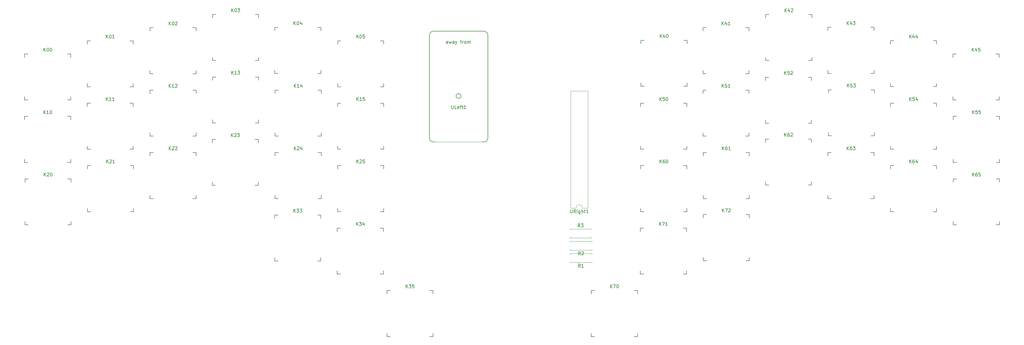
<source format=gto>
G04 #@! TF.GenerationSoftware,KiCad,Pcbnew,5.1.5*
G04 #@! TF.CreationDate,2020-04-04T10:10:50+02:00*
G04 #@! TF.ProjectId,pcb,7063622e-6b69-4636-9164-5f7063625858,rev?*
G04 #@! TF.SameCoordinates,Original*
G04 #@! TF.FileFunction,Legend,Top*
G04 #@! TF.FilePolarity,Positive*
%FSLAX46Y46*%
G04 Gerber Fmt 4.6, Leading zero omitted, Abs format (unit mm)*
G04 Created by KiCad (PCBNEW 5.1.5) date 2020-04-04 10:10:50*
%MOMM*%
%LPD*%
G04 APERTURE LIST*
%ADD10C,0.150000*%
%ADD11C,0.120000*%
G04 APERTURE END LIST*
D10*
X80150000Y-92150000D02*
X80150000Y-93150000D01*
X79150000Y-106150000D02*
X80150000Y-106150000D01*
X80150000Y-92150000D02*
X79150000Y-92150000D01*
X80150000Y-105150000D02*
X80150000Y-106150000D01*
X66150000Y-106150000D02*
X66150000Y-105150000D01*
X67150000Y-92150000D02*
X66150000Y-92150000D01*
X66150000Y-106150000D02*
X67150000Y-106150000D01*
X66150000Y-93150000D02*
X66150000Y-92150000D01*
X99250000Y-77150000D02*
X99250000Y-78150000D01*
X98250000Y-91150000D02*
X99250000Y-91150000D01*
X99250000Y-77150000D02*
X98250000Y-77150000D01*
X99250000Y-90150000D02*
X99250000Y-91150000D01*
X85250000Y-91150000D02*
X85250000Y-90150000D01*
X86250000Y-77150000D02*
X85250000Y-77150000D01*
X85250000Y-91150000D02*
X86250000Y-91150000D01*
X85250000Y-78150000D02*
X85250000Y-77150000D01*
D11*
X156040000Y-90080000D02*
X157690000Y-90080000D01*
X156040000Y-54400000D02*
X156040000Y-90080000D01*
X161340000Y-54400000D02*
X156040000Y-54400000D01*
X161340000Y-90080000D02*
X161340000Y-54400000D01*
X159690000Y-90080000D02*
X161340000Y-90080000D01*
X157690000Y-90080000D02*
G75*
G02X159690000Y-90080000I1000000J0D01*
G01*
X129132000Y-69960000D02*
X114910000Y-69960000D01*
D10*
X114400000Y-69960000D02*
X114910000Y-69960000D01*
X130910000Y-68690000D02*
X130910000Y-37476000D01*
X113130000Y-37476000D02*
X113130000Y-68690000D01*
X114400000Y-36206000D02*
X129640000Y-36206000D01*
X130910000Y-37476000D02*
G75*
G03X129640000Y-36206000I-1270000J0D01*
G01*
X122750000Y-55965000D02*
G75*
G03X122750000Y-55965000I-750000J0D01*
G01*
X114400000Y-36206000D02*
G75*
G03X113130000Y-37476000I0J-1270000D01*
G01*
X129640000Y-69960000D02*
G75*
G03X130910000Y-68690000I0J1270000D01*
G01*
X113130000Y-68690000D02*
G75*
G03X114400000Y-69960000I1270000J0D01*
G01*
X129132000Y-69960000D02*
X129640000Y-69960000D01*
X28250000Y-55150000D02*
X28250000Y-54150000D01*
X28250000Y-68150000D02*
X29250000Y-68150000D01*
X29250000Y-54150000D02*
X28250000Y-54150000D01*
X28250000Y-68150000D02*
X28250000Y-67150000D01*
X42250000Y-67150000D02*
X42250000Y-68150000D01*
X42250000Y-54150000D02*
X41250000Y-54150000D01*
X41250000Y-68150000D02*
X42250000Y-68150000D01*
X42250000Y-54150000D02*
X42250000Y-55150000D01*
X4150000Y-43150000D02*
X4150000Y-44150000D01*
X3150000Y-57150000D02*
X4150000Y-57150000D01*
X4150000Y-43150000D02*
X3150000Y-43150000D01*
X4150000Y-56150000D02*
X4150000Y-57150000D01*
X-9850000Y-57150000D02*
X-9850000Y-56150000D01*
X-8850000Y-43150000D02*
X-9850000Y-43150000D01*
X-9850000Y-57150000D02*
X-8850000Y-57150000D01*
X-9850000Y-44150000D02*
X-9850000Y-43150000D01*
X23150000Y-39150000D02*
X23150000Y-40150000D01*
X22150000Y-53150000D02*
X23150000Y-53150000D01*
X23150000Y-39150000D02*
X22150000Y-39150000D01*
X23150000Y-52150000D02*
X23150000Y-53150000D01*
X9150000Y-53150000D02*
X9150000Y-52150000D01*
X10150000Y-39150000D02*
X9150000Y-39150000D01*
X9150000Y-53150000D02*
X10150000Y-53150000D01*
X9150000Y-40150000D02*
X9150000Y-39150000D01*
X28250000Y-36150000D02*
X28250000Y-35150000D01*
X28250000Y-49150000D02*
X29250000Y-49150000D01*
X29250000Y-35150000D02*
X28250000Y-35150000D01*
X28250000Y-49150000D02*
X28250000Y-48150000D01*
X42250000Y-48150000D02*
X42250000Y-49150000D01*
X42250000Y-35150000D02*
X41250000Y-35150000D01*
X41250000Y-49150000D02*
X42250000Y-49150000D01*
X42250000Y-35150000D02*
X42250000Y-36150000D01*
X61250000Y-31150000D02*
X61250000Y-32150000D01*
X60250000Y-45150000D02*
X61250000Y-45150000D01*
X61250000Y-31150000D02*
X60250000Y-31150000D01*
X61250000Y-44150000D02*
X61250000Y-45150000D01*
X47250000Y-45150000D02*
X47250000Y-44150000D01*
X48250000Y-31150000D02*
X47250000Y-31150000D01*
X47250000Y-45150000D02*
X48250000Y-45150000D01*
X47250000Y-32150000D02*
X47250000Y-31150000D01*
X66160000Y-36090000D02*
X66160000Y-35090000D01*
X66160000Y-49090000D02*
X67160000Y-49090000D01*
X67160000Y-35090000D02*
X66160000Y-35090000D01*
X66160000Y-49090000D02*
X66160000Y-48090000D01*
X80160000Y-48090000D02*
X80160000Y-49090000D01*
X80160000Y-35090000D02*
X79160000Y-35090000D01*
X79160000Y-49090000D02*
X80160000Y-49090000D01*
X80160000Y-35090000D02*
X80160000Y-36090000D01*
X85250000Y-40150000D02*
X85250000Y-39150000D01*
X85250000Y-53150000D02*
X86250000Y-53150000D01*
X86250000Y-39150000D02*
X85250000Y-39150000D01*
X85250000Y-53150000D02*
X85250000Y-52150000D01*
X99250000Y-52150000D02*
X99250000Y-53150000D01*
X99250000Y-39150000D02*
X98250000Y-39150000D01*
X98250000Y-53150000D02*
X99250000Y-53150000D01*
X99250000Y-39150000D02*
X99250000Y-40150000D01*
X4150000Y-62150000D02*
X4150000Y-63150000D01*
X3150000Y-76150000D02*
X4150000Y-76150000D01*
X4150000Y-62150000D02*
X3150000Y-62150000D01*
X4150000Y-75150000D02*
X4150000Y-76150000D01*
X-9850000Y-76150000D02*
X-9850000Y-75150000D01*
X-8850000Y-62150000D02*
X-9850000Y-62150000D01*
X-9850000Y-76150000D02*
X-8850000Y-76150000D01*
X-9850000Y-63150000D02*
X-9850000Y-62150000D01*
X23150000Y-58150000D02*
X23150000Y-59150000D01*
X22150000Y-72150000D02*
X23150000Y-72150000D01*
X23150000Y-58150000D02*
X22150000Y-58150000D01*
X23150000Y-71150000D02*
X23150000Y-72150000D01*
X9150000Y-72150000D02*
X9150000Y-71150000D01*
X10150000Y-58150000D02*
X9150000Y-58150000D01*
X9150000Y-72150000D02*
X10150000Y-72150000D01*
X9150000Y-59150000D02*
X9150000Y-58150000D01*
X61250000Y-50150000D02*
X61250000Y-51150000D01*
X60250000Y-64150000D02*
X61250000Y-64150000D01*
X61250000Y-50150000D02*
X60250000Y-50150000D01*
X61250000Y-63150000D02*
X61250000Y-64150000D01*
X47250000Y-64150000D02*
X47250000Y-63150000D01*
X48250000Y-50150000D02*
X47250000Y-50150000D01*
X47250000Y-64150000D02*
X48250000Y-64150000D01*
X47250000Y-51150000D02*
X47250000Y-50150000D01*
X66250000Y-55150000D02*
X66250000Y-54150000D01*
X66250000Y-68150000D02*
X67250000Y-68150000D01*
X67250000Y-54150000D02*
X66250000Y-54150000D01*
X66250000Y-68150000D02*
X66250000Y-67150000D01*
X80250000Y-67150000D02*
X80250000Y-68150000D01*
X80250000Y-54150000D02*
X79250000Y-54150000D01*
X79250000Y-68150000D02*
X80250000Y-68150000D01*
X80250000Y-54150000D02*
X80250000Y-55150000D01*
X99250000Y-58150000D02*
X99250000Y-59150000D01*
X98250000Y-72150000D02*
X99250000Y-72150000D01*
X99250000Y-58150000D02*
X98250000Y-58150000D01*
X99250000Y-71150000D02*
X99250000Y-72150000D01*
X85250000Y-72150000D02*
X85250000Y-71150000D01*
X86250000Y-58150000D02*
X85250000Y-58150000D01*
X85250000Y-72150000D02*
X86250000Y-72150000D01*
X85250000Y-59150000D02*
X85250000Y-58150000D01*
X-9750000Y-82150000D02*
X-9750000Y-81150000D01*
X-9750000Y-95150000D02*
X-8750000Y-95150000D01*
X-8750000Y-81150000D02*
X-9750000Y-81150000D01*
X-9750000Y-95150000D02*
X-9750000Y-94150000D01*
X4250000Y-94150000D02*
X4250000Y-95150000D01*
X4250000Y-81150000D02*
X3250000Y-81150000D01*
X3250000Y-95150000D02*
X4250000Y-95150000D01*
X4250000Y-81150000D02*
X4250000Y-82150000D01*
X23250000Y-77150000D02*
X23250000Y-78150000D01*
X22250000Y-91150000D02*
X23250000Y-91150000D01*
X23250000Y-77150000D02*
X22250000Y-77150000D01*
X23250000Y-90150000D02*
X23250000Y-91150000D01*
X9250000Y-91150000D02*
X9250000Y-90150000D01*
X10250000Y-77150000D02*
X9250000Y-77150000D01*
X9250000Y-91150000D02*
X10250000Y-91150000D01*
X9250000Y-78150000D02*
X9250000Y-77150000D01*
X28250000Y-74150000D02*
X28250000Y-73150000D01*
X28250000Y-87150000D02*
X29250000Y-87150000D01*
X29250000Y-73150000D02*
X28250000Y-73150000D01*
X28250000Y-87150000D02*
X28250000Y-86150000D01*
X42250000Y-86150000D02*
X42250000Y-87150000D01*
X42250000Y-73150000D02*
X41250000Y-73150000D01*
X41250000Y-87150000D02*
X42250000Y-87150000D01*
X42250000Y-73150000D02*
X42250000Y-74150000D01*
X47150000Y-70150000D02*
X47150000Y-69150000D01*
X47150000Y-83150000D02*
X48150000Y-83150000D01*
X48150000Y-69150000D02*
X47150000Y-69150000D01*
X47150000Y-83150000D02*
X47150000Y-82150000D01*
X61150000Y-82150000D02*
X61150000Y-83150000D01*
X61150000Y-69150000D02*
X60150000Y-69150000D01*
X60150000Y-83150000D02*
X61150000Y-83150000D01*
X61150000Y-69150000D02*
X61150000Y-70150000D01*
X66250000Y-74150000D02*
X66250000Y-73150000D01*
X66250000Y-87150000D02*
X67250000Y-87150000D01*
X67250000Y-73150000D02*
X66250000Y-73150000D01*
X66250000Y-87150000D02*
X66250000Y-86150000D01*
X80250000Y-86150000D02*
X80250000Y-87150000D01*
X80250000Y-73150000D02*
X79250000Y-73150000D01*
X79250000Y-87150000D02*
X80250000Y-87150000D01*
X80250000Y-73150000D02*
X80250000Y-74150000D01*
X85150000Y-97150000D02*
X85150000Y-96150000D01*
X85150000Y-110150000D02*
X86150000Y-110150000D01*
X86150000Y-96150000D02*
X85150000Y-96150000D01*
X85150000Y-110150000D02*
X85150000Y-109150000D01*
X99150000Y-109150000D02*
X99150000Y-110150000D01*
X99150000Y-96150000D02*
X98150000Y-96150000D01*
X98150000Y-110150000D02*
X99150000Y-110150000D01*
X99150000Y-96150000D02*
X99150000Y-97150000D01*
X114250000Y-115150000D02*
X114250000Y-116150000D01*
X113250000Y-129150000D02*
X114250000Y-129150000D01*
X114250000Y-115150000D02*
X113250000Y-115150000D01*
X114250000Y-128150000D02*
X114250000Y-129150000D01*
X100250000Y-129150000D02*
X100250000Y-128150000D01*
X101250000Y-115150000D02*
X100250000Y-115150000D01*
X100250000Y-129150000D02*
X101250000Y-129150000D01*
X100250000Y-116150000D02*
X100250000Y-115150000D01*
X191440000Y-39010000D02*
X191440000Y-40010000D01*
X190440000Y-53010000D02*
X191440000Y-53010000D01*
X191440000Y-39010000D02*
X190440000Y-39010000D01*
X191440000Y-52010000D02*
X191440000Y-53010000D01*
X177440000Y-53010000D02*
X177440000Y-52010000D01*
X178440000Y-39010000D02*
X177440000Y-39010000D01*
X177440000Y-53010000D02*
X178440000Y-53010000D01*
X177440000Y-40010000D02*
X177440000Y-39010000D01*
X196250000Y-36150000D02*
X196250000Y-35150000D01*
X196250000Y-49150000D02*
X197250000Y-49150000D01*
X197250000Y-35150000D02*
X196250000Y-35150000D01*
X196250000Y-49150000D02*
X196250000Y-48150000D01*
X210250000Y-48150000D02*
X210250000Y-49150000D01*
X210250000Y-35150000D02*
X209250000Y-35150000D01*
X209250000Y-49150000D02*
X210250000Y-49150000D01*
X210250000Y-35150000D02*
X210250000Y-36150000D01*
X229350000Y-31150000D02*
X229350000Y-32150000D01*
X228350000Y-45150000D02*
X229350000Y-45150000D01*
X229350000Y-31150000D02*
X228350000Y-31150000D01*
X229350000Y-44150000D02*
X229350000Y-45150000D01*
X215350000Y-45150000D02*
X215350000Y-44150000D01*
X216350000Y-31150000D02*
X215350000Y-31150000D01*
X215350000Y-45150000D02*
X216350000Y-45150000D01*
X215350000Y-32150000D02*
X215350000Y-31150000D01*
X234250000Y-36050000D02*
X234250000Y-35050000D01*
X234250000Y-49050000D02*
X235250000Y-49050000D01*
X235250000Y-35050000D02*
X234250000Y-35050000D01*
X234250000Y-49050000D02*
X234250000Y-48050000D01*
X248250000Y-48050000D02*
X248250000Y-49050000D01*
X248250000Y-35050000D02*
X247250000Y-35050000D01*
X247250000Y-49050000D02*
X248250000Y-49050000D01*
X248250000Y-35050000D02*
X248250000Y-36050000D01*
X267240000Y-39110000D02*
X267240000Y-40110000D01*
X266240000Y-53110000D02*
X267240000Y-53110000D01*
X267240000Y-39110000D02*
X266240000Y-39110000D01*
X267240000Y-52110000D02*
X267240000Y-53110000D01*
X253240000Y-53110000D02*
X253240000Y-52110000D01*
X254240000Y-39110000D02*
X253240000Y-39110000D01*
X253240000Y-53110000D02*
X254240000Y-53110000D01*
X253240000Y-40110000D02*
X253240000Y-39110000D01*
X272250000Y-44150000D02*
X272250000Y-43150000D01*
X272250000Y-57150000D02*
X273250000Y-57150000D01*
X273250000Y-43150000D02*
X272250000Y-43150000D01*
X272250000Y-57150000D02*
X272250000Y-56150000D01*
X286250000Y-56150000D02*
X286250000Y-57150000D01*
X286250000Y-43150000D02*
X285250000Y-43150000D01*
X285250000Y-57150000D02*
X286250000Y-57150000D01*
X286250000Y-43150000D02*
X286250000Y-44150000D01*
X191350000Y-58150000D02*
X191350000Y-59150000D01*
X190350000Y-72150000D02*
X191350000Y-72150000D01*
X191350000Y-58150000D02*
X190350000Y-58150000D01*
X191350000Y-71150000D02*
X191350000Y-72150000D01*
X177350000Y-72150000D02*
X177350000Y-71150000D01*
X178350000Y-58150000D02*
X177350000Y-58150000D01*
X177350000Y-72150000D02*
X178350000Y-72150000D01*
X177350000Y-59150000D02*
X177350000Y-58150000D01*
X196250000Y-55150000D02*
X196250000Y-54150000D01*
X196250000Y-68150000D02*
X197250000Y-68150000D01*
X197250000Y-54150000D02*
X196250000Y-54150000D01*
X196250000Y-68150000D02*
X196250000Y-67150000D01*
X210250000Y-67150000D02*
X210250000Y-68150000D01*
X210250000Y-54150000D02*
X209250000Y-54150000D01*
X209250000Y-68150000D02*
X210250000Y-68150000D01*
X210250000Y-54150000D02*
X210250000Y-55150000D01*
X229250000Y-50250000D02*
X229250000Y-51250000D01*
X228250000Y-64250000D02*
X229250000Y-64250000D01*
X229250000Y-50250000D02*
X228250000Y-50250000D01*
X229250000Y-63250000D02*
X229250000Y-64250000D01*
X215250000Y-64250000D02*
X215250000Y-63250000D01*
X216250000Y-50250000D02*
X215250000Y-50250000D01*
X215250000Y-64250000D02*
X216250000Y-64250000D01*
X215250000Y-51250000D02*
X215250000Y-50250000D01*
X234350000Y-55050000D02*
X234350000Y-54050000D01*
X234350000Y-68050000D02*
X235350000Y-68050000D01*
X235350000Y-54050000D02*
X234350000Y-54050000D01*
X234350000Y-68050000D02*
X234350000Y-67050000D01*
X248350000Y-67050000D02*
X248350000Y-68050000D01*
X248350000Y-54050000D02*
X247350000Y-54050000D01*
X247350000Y-68050000D02*
X248350000Y-68050000D01*
X248350000Y-54050000D02*
X248350000Y-55050000D01*
X267250000Y-58150000D02*
X267250000Y-59150000D01*
X266250000Y-72150000D02*
X267250000Y-72150000D01*
X267250000Y-58150000D02*
X266250000Y-58150000D01*
X267250000Y-71150000D02*
X267250000Y-72150000D01*
X253250000Y-72150000D02*
X253250000Y-71150000D01*
X254250000Y-58150000D02*
X253250000Y-58150000D01*
X253250000Y-72150000D02*
X254250000Y-72150000D01*
X253250000Y-59150000D02*
X253250000Y-58150000D01*
X272350000Y-63150000D02*
X272350000Y-62150000D01*
X272350000Y-76150000D02*
X273350000Y-76150000D01*
X273350000Y-62150000D02*
X272350000Y-62150000D01*
X272350000Y-76150000D02*
X272350000Y-75150000D01*
X286350000Y-75150000D02*
X286350000Y-76150000D01*
X286350000Y-62150000D02*
X285350000Y-62150000D01*
X285350000Y-76150000D02*
X286350000Y-76150000D01*
X286350000Y-62150000D02*
X286350000Y-63150000D01*
X191350000Y-77150000D02*
X191350000Y-78150000D01*
X190350000Y-91150000D02*
X191350000Y-91150000D01*
X191350000Y-77150000D02*
X190350000Y-77150000D01*
X191350000Y-90150000D02*
X191350000Y-91150000D01*
X177350000Y-91150000D02*
X177350000Y-90150000D01*
X178350000Y-77150000D02*
X177350000Y-77150000D01*
X177350000Y-91150000D02*
X178350000Y-91150000D01*
X177350000Y-78150000D02*
X177350000Y-77150000D01*
X196350000Y-74150000D02*
X196350000Y-73150000D01*
X196350000Y-87150000D02*
X197350000Y-87150000D01*
X197350000Y-73150000D02*
X196350000Y-73150000D01*
X196350000Y-87150000D02*
X196350000Y-86150000D01*
X210350000Y-86150000D02*
X210350000Y-87150000D01*
X210350000Y-73150000D02*
X209350000Y-73150000D01*
X209350000Y-87150000D02*
X210350000Y-87150000D01*
X210350000Y-73150000D02*
X210350000Y-74150000D01*
X229250000Y-69050000D02*
X229250000Y-70050000D01*
X228250000Y-83050000D02*
X229250000Y-83050000D01*
X229250000Y-69050000D02*
X228250000Y-69050000D01*
X229250000Y-82050000D02*
X229250000Y-83050000D01*
X215250000Y-83050000D02*
X215250000Y-82050000D01*
X216250000Y-69050000D02*
X215250000Y-69050000D01*
X215250000Y-83050000D02*
X216250000Y-83050000D01*
X215250000Y-70050000D02*
X215250000Y-69050000D01*
X234250000Y-74150000D02*
X234250000Y-73150000D01*
X234250000Y-87150000D02*
X235250000Y-87150000D01*
X235250000Y-73150000D02*
X234250000Y-73150000D01*
X234250000Y-87150000D02*
X234250000Y-86150000D01*
X248250000Y-86150000D02*
X248250000Y-87150000D01*
X248250000Y-73150000D02*
X247250000Y-73150000D01*
X247250000Y-87150000D02*
X248250000Y-87150000D01*
X248250000Y-73150000D02*
X248250000Y-74150000D01*
X267250000Y-77150000D02*
X267250000Y-78150000D01*
X266250000Y-91150000D02*
X267250000Y-91150000D01*
X267250000Y-77150000D02*
X266250000Y-77150000D01*
X267250000Y-90150000D02*
X267250000Y-91150000D01*
X253250000Y-91150000D02*
X253250000Y-90150000D01*
X254250000Y-77150000D02*
X253250000Y-77150000D01*
X253250000Y-91150000D02*
X254250000Y-91150000D01*
X253250000Y-78150000D02*
X253250000Y-77150000D01*
X272350000Y-82150000D02*
X272350000Y-81150000D01*
X272350000Y-95150000D02*
X273350000Y-95150000D01*
X273350000Y-81150000D02*
X272350000Y-81150000D01*
X272350000Y-95150000D02*
X272350000Y-94150000D01*
X286350000Y-94150000D02*
X286350000Y-95150000D01*
X286350000Y-81150000D02*
X285350000Y-81150000D01*
X285350000Y-95150000D02*
X286350000Y-95150000D01*
X286350000Y-81150000D02*
X286350000Y-82150000D01*
X162350000Y-116150000D02*
X162350000Y-115150000D01*
X162350000Y-129150000D02*
X163350000Y-129150000D01*
X163350000Y-115150000D02*
X162350000Y-115150000D01*
X162350000Y-129150000D02*
X162350000Y-128150000D01*
X176350000Y-128150000D02*
X176350000Y-129150000D01*
X176350000Y-115150000D02*
X175350000Y-115150000D01*
X175350000Y-129150000D02*
X176350000Y-129150000D01*
X176350000Y-115150000D02*
X176350000Y-116150000D01*
X191250000Y-96150000D02*
X191250000Y-97150000D01*
X190250000Y-110150000D02*
X191250000Y-110150000D01*
X191250000Y-96150000D02*
X190250000Y-96150000D01*
X191250000Y-109150000D02*
X191250000Y-110150000D01*
X177250000Y-110150000D02*
X177250000Y-109150000D01*
X178250000Y-96150000D02*
X177250000Y-96150000D01*
X177250000Y-110150000D02*
X178250000Y-110150000D01*
X177250000Y-97150000D02*
X177250000Y-96150000D01*
X196350000Y-93050000D02*
X196350000Y-92050000D01*
X196350000Y-106050000D02*
X197350000Y-106050000D01*
X197350000Y-92050000D02*
X196350000Y-92050000D01*
X196350000Y-106050000D02*
X196350000Y-105050000D01*
X210350000Y-105050000D02*
X210350000Y-106050000D01*
X210350000Y-92050000D02*
X209350000Y-92050000D01*
X209350000Y-106050000D02*
X210350000Y-106050000D01*
X210350000Y-92050000D02*
X210350000Y-93050000D01*
D11*
X162460000Y-106290000D02*
X162460000Y-106620000D01*
X162460000Y-106620000D02*
X155920000Y-106620000D01*
X155920000Y-106620000D02*
X155920000Y-106290000D01*
X162460000Y-104210000D02*
X162460000Y-103880000D01*
X162460000Y-103880000D02*
X155920000Y-103880000D01*
X155920000Y-103880000D02*
X155920000Y-104210000D01*
X162460000Y-102540000D02*
X162460000Y-102870000D01*
X162460000Y-102870000D02*
X155920000Y-102870000D01*
X155920000Y-102870000D02*
X155920000Y-102540000D01*
X162460000Y-100460000D02*
X162460000Y-100130000D01*
X162460000Y-100130000D02*
X155920000Y-100130000D01*
X155920000Y-100130000D02*
X155920000Y-100460000D01*
X162330000Y-99120000D02*
X162330000Y-98790000D01*
X155790000Y-99120000D02*
X162330000Y-99120000D01*
X155790000Y-98790000D02*
X155790000Y-99120000D01*
X162330000Y-96380000D02*
X162330000Y-96710000D01*
X155790000Y-96380000D02*
X162330000Y-96380000D01*
X155790000Y-96710000D02*
X155790000Y-96380000D01*
D10*
X71935714Y-91347380D02*
X71935714Y-90347380D01*
X72507142Y-91347380D02*
X72078571Y-90775952D01*
X72507142Y-90347380D02*
X71935714Y-90918809D01*
X72840476Y-90347380D02*
X73459523Y-90347380D01*
X73126190Y-90728333D01*
X73269047Y-90728333D01*
X73364285Y-90775952D01*
X73411904Y-90823571D01*
X73459523Y-90918809D01*
X73459523Y-91156904D01*
X73411904Y-91252142D01*
X73364285Y-91299761D01*
X73269047Y-91347380D01*
X72983333Y-91347380D01*
X72888095Y-91299761D01*
X72840476Y-91252142D01*
X73792857Y-90347380D02*
X74411904Y-90347380D01*
X74078571Y-90728333D01*
X74221428Y-90728333D01*
X74316666Y-90775952D01*
X74364285Y-90823571D01*
X74411904Y-90918809D01*
X74411904Y-91156904D01*
X74364285Y-91252142D01*
X74316666Y-91299761D01*
X74221428Y-91347380D01*
X73935714Y-91347380D01*
X73840476Y-91299761D01*
X73792857Y-91252142D01*
X91035714Y-76347380D02*
X91035714Y-75347380D01*
X91607142Y-76347380D02*
X91178571Y-75775952D01*
X91607142Y-75347380D02*
X91035714Y-75918809D01*
X91988095Y-75442619D02*
X92035714Y-75395000D01*
X92130952Y-75347380D01*
X92369047Y-75347380D01*
X92464285Y-75395000D01*
X92511904Y-75442619D01*
X92559523Y-75537857D01*
X92559523Y-75633095D01*
X92511904Y-75775952D01*
X91940476Y-76347380D01*
X92559523Y-76347380D01*
X93464285Y-75347380D02*
X92988095Y-75347380D01*
X92940476Y-75823571D01*
X92988095Y-75775952D01*
X93083333Y-75728333D01*
X93321428Y-75728333D01*
X93416666Y-75775952D01*
X93464285Y-75823571D01*
X93511904Y-75918809D01*
X93511904Y-76156904D01*
X93464285Y-76252142D01*
X93416666Y-76299761D01*
X93321428Y-76347380D01*
X93083333Y-76347380D01*
X92988095Y-76299761D01*
X92940476Y-76252142D01*
X155999523Y-90532380D02*
X155999523Y-91341904D01*
X156047142Y-91437142D01*
X156094761Y-91484761D01*
X156190000Y-91532380D01*
X156380476Y-91532380D01*
X156475714Y-91484761D01*
X156523333Y-91437142D01*
X156570952Y-91341904D01*
X156570952Y-90532380D01*
X157618571Y-91532380D02*
X157285238Y-91056190D01*
X157047142Y-91532380D02*
X157047142Y-90532380D01*
X157428095Y-90532380D01*
X157523333Y-90580000D01*
X157570952Y-90627619D01*
X157618571Y-90722857D01*
X157618571Y-90865714D01*
X157570952Y-90960952D01*
X157523333Y-91008571D01*
X157428095Y-91056190D01*
X157047142Y-91056190D01*
X158047142Y-91532380D02*
X158047142Y-90865714D01*
X158047142Y-90532380D02*
X157999523Y-90580000D01*
X158047142Y-90627619D01*
X158094761Y-90580000D01*
X158047142Y-90532380D01*
X158047142Y-90627619D01*
X158951904Y-90865714D02*
X158951904Y-91675238D01*
X158904285Y-91770476D01*
X158856666Y-91818095D01*
X158761428Y-91865714D01*
X158618571Y-91865714D01*
X158523333Y-91818095D01*
X158951904Y-91484761D02*
X158856666Y-91532380D01*
X158666190Y-91532380D01*
X158570952Y-91484761D01*
X158523333Y-91437142D01*
X158475714Y-91341904D01*
X158475714Y-91056190D01*
X158523333Y-90960952D01*
X158570952Y-90913333D01*
X158666190Y-90865714D01*
X158856666Y-90865714D01*
X158951904Y-90913333D01*
X159428095Y-91532380D02*
X159428095Y-90532380D01*
X159856666Y-91532380D02*
X159856666Y-91008571D01*
X159809047Y-90913333D01*
X159713809Y-90865714D01*
X159570952Y-90865714D01*
X159475714Y-90913333D01*
X159428095Y-90960952D01*
X160190000Y-90865714D02*
X160570952Y-90865714D01*
X160332857Y-90532380D02*
X160332857Y-91389523D01*
X160380476Y-91484761D01*
X160475714Y-91532380D01*
X160570952Y-91532380D01*
X161428095Y-91532380D02*
X160856666Y-91532380D01*
X161142380Y-91532380D02*
X161142380Y-90532380D01*
X161047142Y-90675238D01*
X160951904Y-90770476D01*
X160856666Y-90818095D01*
X119843333Y-58842380D02*
X119843333Y-59651904D01*
X119890952Y-59747142D01*
X119938571Y-59794761D01*
X120033809Y-59842380D01*
X120224285Y-59842380D01*
X120319523Y-59794761D01*
X120367142Y-59747142D01*
X120414761Y-59651904D01*
X120414761Y-58842380D01*
X121367142Y-59842380D02*
X120890952Y-59842380D01*
X120890952Y-58842380D01*
X122081428Y-59794761D02*
X121986190Y-59842380D01*
X121795714Y-59842380D01*
X121700476Y-59794761D01*
X121652857Y-59699523D01*
X121652857Y-59318571D01*
X121700476Y-59223333D01*
X121795714Y-59175714D01*
X121986190Y-59175714D01*
X122081428Y-59223333D01*
X122129047Y-59318571D01*
X122129047Y-59413809D01*
X121652857Y-59509047D01*
X122414761Y-59175714D02*
X122795714Y-59175714D01*
X122557619Y-59842380D02*
X122557619Y-58985238D01*
X122605238Y-58890000D01*
X122700476Y-58842380D01*
X122795714Y-58842380D01*
X122986190Y-59175714D02*
X123367142Y-59175714D01*
X123129047Y-58842380D02*
X123129047Y-59699523D01*
X123176666Y-59794761D01*
X123271904Y-59842380D01*
X123367142Y-59842380D01*
X124224285Y-59842380D02*
X123652857Y-59842380D01*
X123938571Y-59842380D02*
X123938571Y-58842380D01*
X123843333Y-58985238D01*
X123748095Y-59080476D01*
X123652857Y-59128095D01*
X118711904Y-39972380D02*
X118711904Y-39448571D01*
X118664285Y-39353333D01*
X118569047Y-39305714D01*
X118378571Y-39305714D01*
X118283333Y-39353333D01*
X118711904Y-39924761D02*
X118616666Y-39972380D01*
X118378571Y-39972380D01*
X118283333Y-39924761D01*
X118235714Y-39829523D01*
X118235714Y-39734285D01*
X118283333Y-39639047D01*
X118378571Y-39591428D01*
X118616666Y-39591428D01*
X118711904Y-39543809D01*
X119092857Y-39305714D02*
X119283333Y-39972380D01*
X119473809Y-39496190D01*
X119664285Y-39972380D01*
X119854761Y-39305714D01*
X120664285Y-39972380D02*
X120664285Y-39448571D01*
X120616666Y-39353333D01*
X120521428Y-39305714D01*
X120330952Y-39305714D01*
X120235714Y-39353333D01*
X120664285Y-39924761D02*
X120569047Y-39972380D01*
X120330952Y-39972380D01*
X120235714Y-39924761D01*
X120188095Y-39829523D01*
X120188095Y-39734285D01*
X120235714Y-39639047D01*
X120330952Y-39591428D01*
X120569047Y-39591428D01*
X120664285Y-39543809D01*
X121045238Y-39305714D02*
X121283333Y-39972380D01*
X121521428Y-39305714D02*
X121283333Y-39972380D01*
X121188095Y-40210476D01*
X121140476Y-40258095D01*
X121045238Y-40305714D01*
X122521428Y-39305714D02*
X122902380Y-39305714D01*
X122664285Y-39972380D02*
X122664285Y-39115238D01*
X122711904Y-39020000D01*
X122807142Y-38972380D01*
X122902380Y-38972380D01*
X123235714Y-39972380D02*
X123235714Y-39305714D01*
X123235714Y-39496190D02*
X123283333Y-39400952D01*
X123330952Y-39353333D01*
X123426190Y-39305714D01*
X123521428Y-39305714D01*
X123997619Y-39972380D02*
X123902380Y-39924761D01*
X123854761Y-39877142D01*
X123807142Y-39781904D01*
X123807142Y-39496190D01*
X123854761Y-39400952D01*
X123902380Y-39353333D01*
X123997619Y-39305714D01*
X124140476Y-39305714D01*
X124235714Y-39353333D01*
X124283333Y-39400952D01*
X124330952Y-39496190D01*
X124330952Y-39781904D01*
X124283333Y-39877142D01*
X124235714Y-39924761D01*
X124140476Y-39972380D01*
X123997619Y-39972380D01*
X124759523Y-39972380D02*
X124759523Y-39305714D01*
X124759523Y-39400952D02*
X124807142Y-39353333D01*
X124902380Y-39305714D01*
X125045238Y-39305714D01*
X125140476Y-39353333D01*
X125188095Y-39448571D01*
X125188095Y-39972380D01*
X125188095Y-39448571D02*
X125235714Y-39353333D01*
X125330952Y-39305714D01*
X125473809Y-39305714D01*
X125569047Y-39353333D01*
X125616666Y-39448571D01*
X125616666Y-39972380D01*
X34035714Y-53347380D02*
X34035714Y-52347380D01*
X34607142Y-53347380D02*
X34178571Y-52775952D01*
X34607142Y-52347380D02*
X34035714Y-52918809D01*
X35559523Y-53347380D02*
X34988095Y-53347380D01*
X35273809Y-53347380D02*
X35273809Y-52347380D01*
X35178571Y-52490238D01*
X35083333Y-52585476D01*
X34988095Y-52633095D01*
X35940476Y-52442619D02*
X35988095Y-52395000D01*
X36083333Y-52347380D01*
X36321428Y-52347380D01*
X36416666Y-52395000D01*
X36464285Y-52442619D01*
X36511904Y-52537857D01*
X36511904Y-52633095D01*
X36464285Y-52775952D01*
X35892857Y-53347380D01*
X36511904Y-53347380D01*
X-4064285Y-42347380D02*
X-4064285Y-41347380D01*
X-3492857Y-42347380D02*
X-3921428Y-41775952D01*
X-3492857Y-41347380D02*
X-4064285Y-41918809D01*
X-2873809Y-41347380D02*
X-2778571Y-41347380D01*
X-2683333Y-41395000D01*
X-2635714Y-41442619D01*
X-2588095Y-41537857D01*
X-2540476Y-41728333D01*
X-2540476Y-41966428D01*
X-2588095Y-42156904D01*
X-2635714Y-42252142D01*
X-2683333Y-42299761D01*
X-2778571Y-42347380D01*
X-2873809Y-42347380D01*
X-2969047Y-42299761D01*
X-3016666Y-42252142D01*
X-3064285Y-42156904D01*
X-3111904Y-41966428D01*
X-3111904Y-41728333D01*
X-3064285Y-41537857D01*
X-3016666Y-41442619D01*
X-2969047Y-41395000D01*
X-2873809Y-41347380D01*
X-1921428Y-41347380D02*
X-1826190Y-41347380D01*
X-1730952Y-41395000D01*
X-1683333Y-41442619D01*
X-1635714Y-41537857D01*
X-1588095Y-41728333D01*
X-1588095Y-41966428D01*
X-1635714Y-42156904D01*
X-1683333Y-42252142D01*
X-1730952Y-42299761D01*
X-1826190Y-42347380D01*
X-1921428Y-42347380D01*
X-2016666Y-42299761D01*
X-2064285Y-42252142D01*
X-2111904Y-42156904D01*
X-2159523Y-41966428D01*
X-2159523Y-41728333D01*
X-2111904Y-41537857D01*
X-2064285Y-41442619D01*
X-2016666Y-41395000D01*
X-1921428Y-41347380D01*
X14935714Y-38347380D02*
X14935714Y-37347380D01*
X15507142Y-38347380D02*
X15078571Y-37775952D01*
X15507142Y-37347380D02*
X14935714Y-37918809D01*
X16126190Y-37347380D02*
X16221428Y-37347380D01*
X16316666Y-37395000D01*
X16364285Y-37442619D01*
X16411904Y-37537857D01*
X16459523Y-37728333D01*
X16459523Y-37966428D01*
X16411904Y-38156904D01*
X16364285Y-38252142D01*
X16316666Y-38299761D01*
X16221428Y-38347380D01*
X16126190Y-38347380D01*
X16030952Y-38299761D01*
X15983333Y-38252142D01*
X15935714Y-38156904D01*
X15888095Y-37966428D01*
X15888095Y-37728333D01*
X15935714Y-37537857D01*
X15983333Y-37442619D01*
X16030952Y-37395000D01*
X16126190Y-37347380D01*
X17411904Y-38347380D02*
X16840476Y-38347380D01*
X17126190Y-38347380D02*
X17126190Y-37347380D01*
X17030952Y-37490238D01*
X16935714Y-37585476D01*
X16840476Y-37633095D01*
X34035714Y-34347380D02*
X34035714Y-33347380D01*
X34607142Y-34347380D02*
X34178571Y-33775952D01*
X34607142Y-33347380D02*
X34035714Y-33918809D01*
X35226190Y-33347380D02*
X35321428Y-33347380D01*
X35416666Y-33395000D01*
X35464285Y-33442619D01*
X35511904Y-33537857D01*
X35559523Y-33728333D01*
X35559523Y-33966428D01*
X35511904Y-34156904D01*
X35464285Y-34252142D01*
X35416666Y-34299761D01*
X35321428Y-34347380D01*
X35226190Y-34347380D01*
X35130952Y-34299761D01*
X35083333Y-34252142D01*
X35035714Y-34156904D01*
X34988095Y-33966428D01*
X34988095Y-33728333D01*
X35035714Y-33537857D01*
X35083333Y-33442619D01*
X35130952Y-33395000D01*
X35226190Y-33347380D01*
X35940476Y-33442619D02*
X35988095Y-33395000D01*
X36083333Y-33347380D01*
X36321428Y-33347380D01*
X36416666Y-33395000D01*
X36464285Y-33442619D01*
X36511904Y-33537857D01*
X36511904Y-33633095D01*
X36464285Y-33775952D01*
X35892857Y-34347380D01*
X36511904Y-34347380D01*
X53035714Y-30347380D02*
X53035714Y-29347380D01*
X53607142Y-30347380D02*
X53178571Y-29775952D01*
X53607142Y-29347380D02*
X53035714Y-29918809D01*
X54226190Y-29347380D02*
X54321428Y-29347380D01*
X54416666Y-29395000D01*
X54464285Y-29442619D01*
X54511904Y-29537857D01*
X54559523Y-29728333D01*
X54559523Y-29966428D01*
X54511904Y-30156904D01*
X54464285Y-30252142D01*
X54416666Y-30299761D01*
X54321428Y-30347380D01*
X54226190Y-30347380D01*
X54130952Y-30299761D01*
X54083333Y-30252142D01*
X54035714Y-30156904D01*
X53988095Y-29966428D01*
X53988095Y-29728333D01*
X54035714Y-29537857D01*
X54083333Y-29442619D01*
X54130952Y-29395000D01*
X54226190Y-29347380D01*
X54892857Y-29347380D02*
X55511904Y-29347380D01*
X55178571Y-29728333D01*
X55321428Y-29728333D01*
X55416666Y-29775952D01*
X55464285Y-29823571D01*
X55511904Y-29918809D01*
X55511904Y-30156904D01*
X55464285Y-30252142D01*
X55416666Y-30299761D01*
X55321428Y-30347380D01*
X55035714Y-30347380D01*
X54940476Y-30299761D01*
X54892857Y-30252142D01*
X71945714Y-34287380D02*
X71945714Y-33287380D01*
X72517142Y-34287380D02*
X72088571Y-33715952D01*
X72517142Y-33287380D02*
X71945714Y-33858809D01*
X73136190Y-33287380D02*
X73231428Y-33287380D01*
X73326666Y-33335000D01*
X73374285Y-33382619D01*
X73421904Y-33477857D01*
X73469523Y-33668333D01*
X73469523Y-33906428D01*
X73421904Y-34096904D01*
X73374285Y-34192142D01*
X73326666Y-34239761D01*
X73231428Y-34287380D01*
X73136190Y-34287380D01*
X73040952Y-34239761D01*
X72993333Y-34192142D01*
X72945714Y-34096904D01*
X72898095Y-33906428D01*
X72898095Y-33668333D01*
X72945714Y-33477857D01*
X72993333Y-33382619D01*
X73040952Y-33335000D01*
X73136190Y-33287380D01*
X74326666Y-33620714D02*
X74326666Y-34287380D01*
X74088571Y-33239761D02*
X73850476Y-33954047D01*
X74469523Y-33954047D01*
X91035714Y-38347380D02*
X91035714Y-37347380D01*
X91607142Y-38347380D02*
X91178571Y-37775952D01*
X91607142Y-37347380D02*
X91035714Y-37918809D01*
X92226190Y-37347380D02*
X92321428Y-37347380D01*
X92416666Y-37395000D01*
X92464285Y-37442619D01*
X92511904Y-37537857D01*
X92559523Y-37728333D01*
X92559523Y-37966428D01*
X92511904Y-38156904D01*
X92464285Y-38252142D01*
X92416666Y-38299761D01*
X92321428Y-38347380D01*
X92226190Y-38347380D01*
X92130952Y-38299761D01*
X92083333Y-38252142D01*
X92035714Y-38156904D01*
X91988095Y-37966428D01*
X91988095Y-37728333D01*
X92035714Y-37537857D01*
X92083333Y-37442619D01*
X92130952Y-37395000D01*
X92226190Y-37347380D01*
X93464285Y-37347380D02*
X92988095Y-37347380D01*
X92940476Y-37823571D01*
X92988095Y-37775952D01*
X93083333Y-37728333D01*
X93321428Y-37728333D01*
X93416666Y-37775952D01*
X93464285Y-37823571D01*
X93511904Y-37918809D01*
X93511904Y-38156904D01*
X93464285Y-38252142D01*
X93416666Y-38299761D01*
X93321428Y-38347380D01*
X93083333Y-38347380D01*
X92988095Y-38299761D01*
X92940476Y-38252142D01*
X-4064285Y-61347380D02*
X-4064285Y-60347380D01*
X-3492857Y-61347380D02*
X-3921428Y-60775952D01*
X-3492857Y-60347380D02*
X-4064285Y-60918809D01*
X-2540476Y-61347380D02*
X-3111904Y-61347380D01*
X-2826190Y-61347380D02*
X-2826190Y-60347380D01*
X-2921428Y-60490238D01*
X-3016666Y-60585476D01*
X-3111904Y-60633095D01*
X-1921428Y-60347380D02*
X-1826190Y-60347380D01*
X-1730952Y-60395000D01*
X-1683333Y-60442619D01*
X-1635714Y-60537857D01*
X-1588095Y-60728333D01*
X-1588095Y-60966428D01*
X-1635714Y-61156904D01*
X-1683333Y-61252142D01*
X-1730952Y-61299761D01*
X-1826190Y-61347380D01*
X-1921428Y-61347380D01*
X-2016666Y-61299761D01*
X-2064285Y-61252142D01*
X-2111904Y-61156904D01*
X-2159523Y-60966428D01*
X-2159523Y-60728333D01*
X-2111904Y-60537857D01*
X-2064285Y-60442619D01*
X-2016666Y-60395000D01*
X-1921428Y-60347380D01*
X14935714Y-57347380D02*
X14935714Y-56347380D01*
X15507142Y-57347380D02*
X15078571Y-56775952D01*
X15507142Y-56347380D02*
X14935714Y-56918809D01*
X16459523Y-57347380D02*
X15888095Y-57347380D01*
X16173809Y-57347380D02*
X16173809Y-56347380D01*
X16078571Y-56490238D01*
X15983333Y-56585476D01*
X15888095Y-56633095D01*
X17411904Y-57347380D02*
X16840476Y-57347380D01*
X17126190Y-57347380D02*
X17126190Y-56347380D01*
X17030952Y-56490238D01*
X16935714Y-56585476D01*
X16840476Y-56633095D01*
X53035714Y-49347380D02*
X53035714Y-48347380D01*
X53607142Y-49347380D02*
X53178571Y-48775952D01*
X53607142Y-48347380D02*
X53035714Y-48918809D01*
X54559523Y-49347380D02*
X53988095Y-49347380D01*
X54273809Y-49347380D02*
X54273809Y-48347380D01*
X54178571Y-48490238D01*
X54083333Y-48585476D01*
X53988095Y-48633095D01*
X54892857Y-48347380D02*
X55511904Y-48347380D01*
X55178571Y-48728333D01*
X55321428Y-48728333D01*
X55416666Y-48775952D01*
X55464285Y-48823571D01*
X55511904Y-48918809D01*
X55511904Y-49156904D01*
X55464285Y-49252142D01*
X55416666Y-49299761D01*
X55321428Y-49347380D01*
X55035714Y-49347380D01*
X54940476Y-49299761D01*
X54892857Y-49252142D01*
X72035714Y-53347380D02*
X72035714Y-52347380D01*
X72607142Y-53347380D02*
X72178571Y-52775952D01*
X72607142Y-52347380D02*
X72035714Y-52918809D01*
X73559523Y-53347380D02*
X72988095Y-53347380D01*
X73273809Y-53347380D02*
X73273809Y-52347380D01*
X73178571Y-52490238D01*
X73083333Y-52585476D01*
X72988095Y-52633095D01*
X74416666Y-52680714D02*
X74416666Y-53347380D01*
X74178571Y-52299761D02*
X73940476Y-53014047D01*
X74559523Y-53014047D01*
X91035714Y-57347380D02*
X91035714Y-56347380D01*
X91607142Y-57347380D02*
X91178571Y-56775952D01*
X91607142Y-56347380D02*
X91035714Y-56918809D01*
X92559523Y-57347380D02*
X91988095Y-57347380D01*
X92273809Y-57347380D02*
X92273809Y-56347380D01*
X92178571Y-56490238D01*
X92083333Y-56585476D01*
X91988095Y-56633095D01*
X93464285Y-56347380D02*
X92988095Y-56347380D01*
X92940476Y-56823571D01*
X92988095Y-56775952D01*
X93083333Y-56728333D01*
X93321428Y-56728333D01*
X93416666Y-56775952D01*
X93464285Y-56823571D01*
X93511904Y-56918809D01*
X93511904Y-57156904D01*
X93464285Y-57252142D01*
X93416666Y-57299761D01*
X93321428Y-57347380D01*
X93083333Y-57347380D01*
X92988095Y-57299761D01*
X92940476Y-57252142D01*
X-3964285Y-80347380D02*
X-3964285Y-79347380D01*
X-3392857Y-80347380D02*
X-3821428Y-79775952D01*
X-3392857Y-79347380D02*
X-3964285Y-79918809D01*
X-3011904Y-79442619D02*
X-2964285Y-79395000D01*
X-2869047Y-79347380D01*
X-2630952Y-79347380D01*
X-2535714Y-79395000D01*
X-2488095Y-79442619D01*
X-2440476Y-79537857D01*
X-2440476Y-79633095D01*
X-2488095Y-79775952D01*
X-3059523Y-80347380D01*
X-2440476Y-80347380D01*
X-1821428Y-79347380D02*
X-1726190Y-79347380D01*
X-1630952Y-79395000D01*
X-1583333Y-79442619D01*
X-1535714Y-79537857D01*
X-1488095Y-79728333D01*
X-1488095Y-79966428D01*
X-1535714Y-80156904D01*
X-1583333Y-80252142D01*
X-1630952Y-80299761D01*
X-1726190Y-80347380D01*
X-1821428Y-80347380D01*
X-1916666Y-80299761D01*
X-1964285Y-80252142D01*
X-2011904Y-80156904D01*
X-2059523Y-79966428D01*
X-2059523Y-79728333D01*
X-2011904Y-79537857D01*
X-1964285Y-79442619D01*
X-1916666Y-79395000D01*
X-1821428Y-79347380D01*
X15035714Y-76347380D02*
X15035714Y-75347380D01*
X15607142Y-76347380D02*
X15178571Y-75775952D01*
X15607142Y-75347380D02*
X15035714Y-75918809D01*
X15988095Y-75442619D02*
X16035714Y-75395000D01*
X16130952Y-75347380D01*
X16369047Y-75347380D01*
X16464285Y-75395000D01*
X16511904Y-75442619D01*
X16559523Y-75537857D01*
X16559523Y-75633095D01*
X16511904Y-75775952D01*
X15940476Y-76347380D01*
X16559523Y-76347380D01*
X17511904Y-76347380D02*
X16940476Y-76347380D01*
X17226190Y-76347380D02*
X17226190Y-75347380D01*
X17130952Y-75490238D01*
X17035714Y-75585476D01*
X16940476Y-75633095D01*
X34035714Y-72347380D02*
X34035714Y-71347380D01*
X34607142Y-72347380D02*
X34178571Y-71775952D01*
X34607142Y-71347380D02*
X34035714Y-71918809D01*
X34988095Y-71442619D02*
X35035714Y-71395000D01*
X35130952Y-71347380D01*
X35369047Y-71347380D01*
X35464285Y-71395000D01*
X35511904Y-71442619D01*
X35559523Y-71537857D01*
X35559523Y-71633095D01*
X35511904Y-71775952D01*
X34940476Y-72347380D01*
X35559523Y-72347380D01*
X35940476Y-71442619D02*
X35988095Y-71395000D01*
X36083333Y-71347380D01*
X36321428Y-71347380D01*
X36416666Y-71395000D01*
X36464285Y-71442619D01*
X36511904Y-71537857D01*
X36511904Y-71633095D01*
X36464285Y-71775952D01*
X35892857Y-72347380D01*
X36511904Y-72347380D01*
X52935714Y-68347380D02*
X52935714Y-67347380D01*
X53507142Y-68347380D02*
X53078571Y-67775952D01*
X53507142Y-67347380D02*
X52935714Y-67918809D01*
X53888095Y-67442619D02*
X53935714Y-67395000D01*
X54030952Y-67347380D01*
X54269047Y-67347380D01*
X54364285Y-67395000D01*
X54411904Y-67442619D01*
X54459523Y-67537857D01*
X54459523Y-67633095D01*
X54411904Y-67775952D01*
X53840476Y-68347380D01*
X54459523Y-68347380D01*
X54792857Y-67347380D02*
X55411904Y-67347380D01*
X55078571Y-67728333D01*
X55221428Y-67728333D01*
X55316666Y-67775952D01*
X55364285Y-67823571D01*
X55411904Y-67918809D01*
X55411904Y-68156904D01*
X55364285Y-68252142D01*
X55316666Y-68299761D01*
X55221428Y-68347380D01*
X54935714Y-68347380D01*
X54840476Y-68299761D01*
X54792857Y-68252142D01*
X72035714Y-72347380D02*
X72035714Y-71347380D01*
X72607142Y-72347380D02*
X72178571Y-71775952D01*
X72607142Y-71347380D02*
X72035714Y-71918809D01*
X72988095Y-71442619D02*
X73035714Y-71395000D01*
X73130952Y-71347380D01*
X73369047Y-71347380D01*
X73464285Y-71395000D01*
X73511904Y-71442619D01*
X73559523Y-71537857D01*
X73559523Y-71633095D01*
X73511904Y-71775952D01*
X72940476Y-72347380D01*
X73559523Y-72347380D01*
X74416666Y-71680714D02*
X74416666Y-72347380D01*
X74178571Y-71299761D02*
X73940476Y-72014047D01*
X74559523Y-72014047D01*
X90935714Y-95347380D02*
X90935714Y-94347380D01*
X91507142Y-95347380D02*
X91078571Y-94775952D01*
X91507142Y-94347380D02*
X90935714Y-94918809D01*
X91840476Y-94347380D02*
X92459523Y-94347380D01*
X92126190Y-94728333D01*
X92269047Y-94728333D01*
X92364285Y-94775952D01*
X92411904Y-94823571D01*
X92459523Y-94918809D01*
X92459523Y-95156904D01*
X92411904Y-95252142D01*
X92364285Y-95299761D01*
X92269047Y-95347380D01*
X91983333Y-95347380D01*
X91888095Y-95299761D01*
X91840476Y-95252142D01*
X93316666Y-94680714D02*
X93316666Y-95347380D01*
X93078571Y-94299761D02*
X92840476Y-95014047D01*
X93459523Y-95014047D01*
X106035714Y-114347380D02*
X106035714Y-113347380D01*
X106607142Y-114347380D02*
X106178571Y-113775952D01*
X106607142Y-113347380D02*
X106035714Y-113918809D01*
X106940476Y-113347380D02*
X107559523Y-113347380D01*
X107226190Y-113728333D01*
X107369047Y-113728333D01*
X107464285Y-113775952D01*
X107511904Y-113823571D01*
X107559523Y-113918809D01*
X107559523Y-114156904D01*
X107511904Y-114252142D01*
X107464285Y-114299761D01*
X107369047Y-114347380D01*
X107083333Y-114347380D01*
X106988095Y-114299761D01*
X106940476Y-114252142D01*
X108464285Y-113347380D02*
X107988095Y-113347380D01*
X107940476Y-113823571D01*
X107988095Y-113775952D01*
X108083333Y-113728333D01*
X108321428Y-113728333D01*
X108416666Y-113775952D01*
X108464285Y-113823571D01*
X108511904Y-113918809D01*
X108511904Y-114156904D01*
X108464285Y-114252142D01*
X108416666Y-114299761D01*
X108321428Y-114347380D01*
X108083333Y-114347380D01*
X107988095Y-114299761D01*
X107940476Y-114252142D01*
X183225714Y-38207380D02*
X183225714Y-37207380D01*
X183797142Y-38207380D02*
X183368571Y-37635952D01*
X183797142Y-37207380D02*
X183225714Y-37778809D01*
X184654285Y-37540714D02*
X184654285Y-38207380D01*
X184416190Y-37159761D02*
X184178095Y-37874047D01*
X184797142Y-37874047D01*
X185368571Y-37207380D02*
X185463809Y-37207380D01*
X185559047Y-37255000D01*
X185606666Y-37302619D01*
X185654285Y-37397857D01*
X185701904Y-37588333D01*
X185701904Y-37826428D01*
X185654285Y-38016904D01*
X185606666Y-38112142D01*
X185559047Y-38159761D01*
X185463809Y-38207380D01*
X185368571Y-38207380D01*
X185273333Y-38159761D01*
X185225714Y-38112142D01*
X185178095Y-38016904D01*
X185130476Y-37826428D01*
X185130476Y-37588333D01*
X185178095Y-37397857D01*
X185225714Y-37302619D01*
X185273333Y-37255000D01*
X185368571Y-37207380D01*
X202035714Y-34347380D02*
X202035714Y-33347380D01*
X202607142Y-34347380D02*
X202178571Y-33775952D01*
X202607142Y-33347380D02*
X202035714Y-33918809D01*
X203464285Y-33680714D02*
X203464285Y-34347380D01*
X203226190Y-33299761D02*
X202988095Y-34014047D01*
X203607142Y-34014047D01*
X204511904Y-34347380D02*
X203940476Y-34347380D01*
X204226190Y-34347380D02*
X204226190Y-33347380D01*
X204130952Y-33490238D01*
X204035714Y-33585476D01*
X203940476Y-33633095D01*
X221135714Y-30347380D02*
X221135714Y-29347380D01*
X221707142Y-30347380D02*
X221278571Y-29775952D01*
X221707142Y-29347380D02*
X221135714Y-29918809D01*
X222564285Y-29680714D02*
X222564285Y-30347380D01*
X222326190Y-29299761D02*
X222088095Y-30014047D01*
X222707142Y-30014047D01*
X223040476Y-29442619D02*
X223088095Y-29395000D01*
X223183333Y-29347380D01*
X223421428Y-29347380D01*
X223516666Y-29395000D01*
X223564285Y-29442619D01*
X223611904Y-29537857D01*
X223611904Y-29633095D01*
X223564285Y-29775952D01*
X222992857Y-30347380D01*
X223611904Y-30347380D01*
X240035714Y-34247380D02*
X240035714Y-33247380D01*
X240607142Y-34247380D02*
X240178571Y-33675952D01*
X240607142Y-33247380D02*
X240035714Y-33818809D01*
X241464285Y-33580714D02*
X241464285Y-34247380D01*
X241226190Y-33199761D02*
X240988095Y-33914047D01*
X241607142Y-33914047D01*
X241892857Y-33247380D02*
X242511904Y-33247380D01*
X242178571Y-33628333D01*
X242321428Y-33628333D01*
X242416666Y-33675952D01*
X242464285Y-33723571D01*
X242511904Y-33818809D01*
X242511904Y-34056904D01*
X242464285Y-34152142D01*
X242416666Y-34199761D01*
X242321428Y-34247380D01*
X242035714Y-34247380D01*
X241940476Y-34199761D01*
X241892857Y-34152142D01*
X259025714Y-38307380D02*
X259025714Y-37307380D01*
X259597142Y-38307380D02*
X259168571Y-37735952D01*
X259597142Y-37307380D02*
X259025714Y-37878809D01*
X260454285Y-37640714D02*
X260454285Y-38307380D01*
X260216190Y-37259761D02*
X259978095Y-37974047D01*
X260597142Y-37974047D01*
X261406666Y-37640714D02*
X261406666Y-38307380D01*
X261168571Y-37259761D02*
X260930476Y-37974047D01*
X261549523Y-37974047D01*
X278035714Y-42347380D02*
X278035714Y-41347380D01*
X278607142Y-42347380D02*
X278178571Y-41775952D01*
X278607142Y-41347380D02*
X278035714Y-41918809D01*
X279464285Y-41680714D02*
X279464285Y-42347380D01*
X279226190Y-41299761D02*
X278988095Y-42014047D01*
X279607142Y-42014047D01*
X280464285Y-41347380D02*
X279988095Y-41347380D01*
X279940476Y-41823571D01*
X279988095Y-41775952D01*
X280083333Y-41728333D01*
X280321428Y-41728333D01*
X280416666Y-41775952D01*
X280464285Y-41823571D01*
X280511904Y-41918809D01*
X280511904Y-42156904D01*
X280464285Y-42252142D01*
X280416666Y-42299761D01*
X280321428Y-42347380D01*
X280083333Y-42347380D01*
X279988095Y-42299761D01*
X279940476Y-42252142D01*
X183135714Y-57347380D02*
X183135714Y-56347380D01*
X183707142Y-57347380D02*
X183278571Y-56775952D01*
X183707142Y-56347380D02*
X183135714Y-56918809D01*
X184611904Y-56347380D02*
X184135714Y-56347380D01*
X184088095Y-56823571D01*
X184135714Y-56775952D01*
X184230952Y-56728333D01*
X184469047Y-56728333D01*
X184564285Y-56775952D01*
X184611904Y-56823571D01*
X184659523Y-56918809D01*
X184659523Y-57156904D01*
X184611904Y-57252142D01*
X184564285Y-57299761D01*
X184469047Y-57347380D01*
X184230952Y-57347380D01*
X184135714Y-57299761D01*
X184088095Y-57252142D01*
X185278571Y-56347380D02*
X185373809Y-56347380D01*
X185469047Y-56395000D01*
X185516666Y-56442619D01*
X185564285Y-56537857D01*
X185611904Y-56728333D01*
X185611904Y-56966428D01*
X185564285Y-57156904D01*
X185516666Y-57252142D01*
X185469047Y-57299761D01*
X185373809Y-57347380D01*
X185278571Y-57347380D01*
X185183333Y-57299761D01*
X185135714Y-57252142D01*
X185088095Y-57156904D01*
X185040476Y-56966428D01*
X185040476Y-56728333D01*
X185088095Y-56537857D01*
X185135714Y-56442619D01*
X185183333Y-56395000D01*
X185278571Y-56347380D01*
X202035714Y-53347380D02*
X202035714Y-52347380D01*
X202607142Y-53347380D02*
X202178571Y-52775952D01*
X202607142Y-52347380D02*
X202035714Y-52918809D01*
X203511904Y-52347380D02*
X203035714Y-52347380D01*
X202988095Y-52823571D01*
X203035714Y-52775952D01*
X203130952Y-52728333D01*
X203369047Y-52728333D01*
X203464285Y-52775952D01*
X203511904Y-52823571D01*
X203559523Y-52918809D01*
X203559523Y-53156904D01*
X203511904Y-53252142D01*
X203464285Y-53299761D01*
X203369047Y-53347380D01*
X203130952Y-53347380D01*
X203035714Y-53299761D01*
X202988095Y-53252142D01*
X204511904Y-53347380D02*
X203940476Y-53347380D01*
X204226190Y-53347380D02*
X204226190Y-52347380D01*
X204130952Y-52490238D01*
X204035714Y-52585476D01*
X203940476Y-52633095D01*
X221035714Y-49447380D02*
X221035714Y-48447380D01*
X221607142Y-49447380D02*
X221178571Y-48875952D01*
X221607142Y-48447380D02*
X221035714Y-49018809D01*
X222511904Y-48447380D02*
X222035714Y-48447380D01*
X221988095Y-48923571D01*
X222035714Y-48875952D01*
X222130952Y-48828333D01*
X222369047Y-48828333D01*
X222464285Y-48875952D01*
X222511904Y-48923571D01*
X222559523Y-49018809D01*
X222559523Y-49256904D01*
X222511904Y-49352142D01*
X222464285Y-49399761D01*
X222369047Y-49447380D01*
X222130952Y-49447380D01*
X222035714Y-49399761D01*
X221988095Y-49352142D01*
X222940476Y-48542619D02*
X222988095Y-48495000D01*
X223083333Y-48447380D01*
X223321428Y-48447380D01*
X223416666Y-48495000D01*
X223464285Y-48542619D01*
X223511904Y-48637857D01*
X223511904Y-48733095D01*
X223464285Y-48875952D01*
X222892857Y-49447380D01*
X223511904Y-49447380D01*
X240135714Y-53247380D02*
X240135714Y-52247380D01*
X240707142Y-53247380D02*
X240278571Y-52675952D01*
X240707142Y-52247380D02*
X240135714Y-52818809D01*
X241611904Y-52247380D02*
X241135714Y-52247380D01*
X241088095Y-52723571D01*
X241135714Y-52675952D01*
X241230952Y-52628333D01*
X241469047Y-52628333D01*
X241564285Y-52675952D01*
X241611904Y-52723571D01*
X241659523Y-52818809D01*
X241659523Y-53056904D01*
X241611904Y-53152142D01*
X241564285Y-53199761D01*
X241469047Y-53247380D01*
X241230952Y-53247380D01*
X241135714Y-53199761D01*
X241088095Y-53152142D01*
X241992857Y-52247380D02*
X242611904Y-52247380D01*
X242278571Y-52628333D01*
X242421428Y-52628333D01*
X242516666Y-52675952D01*
X242564285Y-52723571D01*
X242611904Y-52818809D01*
X242611904Y-53056904D01*
X242564285Y-53152142D01*
X242516666Y-53199761D01*
X242421428Y-53247380D01*
X242135714Y-53247380D01*
X242040476Y-53199761D01*
X241992857Y-53152142D01*
X259035714Y-57347380D02*
X259035714Y-56347380D01*
X259607142Y-57347380D02*
X259178571Y-56775952D01*
X259607142Y-56347380D02*
X259035714Y-56918809D01*
X260511904Y-56347380D02*
X260035714Y-56347380D01*
X259988095Y-56823571D01*
X260035714Y-56775952D01*
X260130952Y-56728333D01*
X260369047Y-56728333D01*
X260464285Y-56775952D01*
X260511904Y-56823571D01*
X260559523Y-56918809D01*
X260559523Y-57156904D01*
X260511904Y-57252142D01*
X260464285Y-57299761D01*
X260369047Y-57347380D01*
X260130952Y-57347380D01*
X260035714Y-57299761D01*
X259988095Y-57252142D01*
X261416666Y-56680714D02*
X261416666Y-57347380D01*
X261178571Y-56299761D02*
X260940476Y-57014047D01*
X261559523Y-57014047D01*
X278135714Y-61347380D02*
X278135714Y-60347380D01*
X278707142Y-61347380D02*
X278278571Y-60775952D01*
X278707142Y-60347380D02*
X278135714Y-60918809D01*
X279611904Y-60347380D02*
X279135714Y-60347380D01*
X279088095Y-60823571D01*
X279135714Y-60775952D01*
X279230952Y-60728333D01*
X279469047Y-60728333D01*
X279564285Y-60775952D01*
X279611904Y-60823571D01*
X279659523Y-60918809D01*
X279659523Y-61156904D01*
X279611904Y-61252142D01*
X279564285Y-61299761D01*
X279469047Y-61347380D01*
X279230952Y-61347380D01*
X279135714Y-61299761D01*
X279088095Y-61252142D01*
X280564285Y-60347380D02*
X280088095Y-60347380D01*
X280040476Y-60823571D01*
X280088095Y-60775952D01*
X280183333Y-60728333D01*
X280421428Y-60728333D01*
X280516666Y-60775952D01*
X280564285Y-60823571D01*
X280611904Y-60918809D01*
X280611904Y-61156904D01*
X280564285Y-61252142D01*
X280516666Y-61299761D01*
X280421428Y-61347380D01*
X280183333Y-61347380D01*
X280088095Y-61299761D01*
X280040476Y-61252142D01*
X183135714Y-76347380D02*
X183135714Y-75347380D01*
X183707142Y-76347380D02*
X183278571Y-75775952D01*
X183707142Y-75347380D02*
X183135714Y-75918809D01*
X184564285Y-75347380D02*
X184373809Y-75347380D01*
X184278571Y-75395000D01*
X184230952Y-75442619D01*
X184135714Y-75585476D01*
X184088095Y-75775952D01*
X184088095Y-76156904D01*
X184135714Y-76252142D01*
X184183333Y-76299761D01*
X184278571Y-76347380D01*
X184469047Y-76347380D01*
X184564285Y-76299761D01*
X184611904Y-76252142D01*
X184659523Y-76156904D01*
X184659523Y-75918809D01*
X184611904Y-75823571D01*
X184564285Y-75775952D01*
X184469047Y-75728333D01*
X184278571Y-75728333D01*
X184183333Y-75775952D01*
X184135714Y-75823571D01*
X184088095Y-75918809D01*
X185278571Y-75347380D02*
X185373809Y-75347380D01*
X185469047Y-75395000D01*
X185516666Y-75442619D01*
X185564285Y-75537857D01*
X185611904Y-75728333D01*
X185611904Y-75966428D01*
X185564285Y-76156904D01*
X185516666Y-76252142D01*
X185469047Y-76299761D01*
X185373809Y-76347380D01*
X185278571Y-76347380D01*
X185183333Y-76299761D01*
X185135714Y-76252142D01*
X185088095Y-76156904D01*
X185040476Y-75966428D01*
X185040476Y-75728333D01*
X185088095Y-75537857D01*
X185135714Y-75442619D01*
X185183333Y-75395000D01*
X185278571Y-75347380D01*
X202135714Y-72347380D02*
X202135714Y-71347380D01*
X202707142Y-72347380D02*
X202278571Y-71775952D01*
X202707142Y-71347380D02*
X202135714Y-71918809D01*
X203564285Y-71347380D02*
X203373809Y-71347380D01*
X203278571Y-71395000D01*
X203230952Y-71442619D01*
X203135714Y-71585476D01*
X203088095Y-71775952D01*
X203088095Y-72156904D01*
X203135714Y-72252142D01*
X203183333Y-72299761D01*
X203278571Y-72347380D01*
X203469047Y-72347380D01*
X203564285Y-72299761D01*
X203611904Y-72252142D01*
X203659523Y-72156904D01*
X203659523Y-71918809D01*
X203611904Y-71823571D01*
X203564285Y-71775952D01*
X203469047Y-71728333D01*
X203278571Y-71728333D01*
X203183333Y-71775952D01*
X203135714Y-71823571D01*
X203088095Y-71918809D01*
X204611904Y-72347380D02*
X204040476Y-72347380D01*
X204326190Y-72347380D02*
X204326190Y-71347380D01*
X204230952Y-71490238D01*
X204135714Y-71585476D01*
X204040476Y-71633095D01*
X221035714Y-68247380D02*
X221035714Y-67247380D01*
X221607142Y-68247380D02*
X221178571Y-67675952D01*
X221607142Y-67247380D02*
X221035714Y-67818809D01*
X222464285Y-67247380D02*
X222273809Y-67247380D01*
X222178571Y-67295000D01*
X222130952Y-67342619D01*
X222035714Y-67485476D01*
X221988095Y-67675952D01*
X221988095Y-68056904D01*
X222035714Y-68152142D01*
X222083333Y-68199761D01*
X222178571Y-68247380D01*
X222369047Y-68247380D01*
X222464285Y-68199761D01*
X222511904Y-68152142D01*
X222559523Y-68056904D01*
X222559523Y-67818809D01*
X222511904Y-67723571D01*
X222464285Y-67675952D01*
X222369047Y-67628333D01*
X222178571Y-67628333D01*
X222083333Y-67675952D01*
X222035714Y-67723571D01*
X221988095Y-67818809D01*
X222940476Y-67342619D02*
X222988095Y-67295000D01*
X223083333Y-67247380D01*
X223321428Y-67247380D01*
X223416666Y-67295000D01*
X223464285Y-67342619D01*
X223511904Y-67437857D01*
X223511904Y-67533095D01*
X223464285Y-67675952D01*
X222892857Y-68247380D01*
X223511904Y-68247380D01*
X240035714Y-72347380D02*
X240035714Y-71347380D01*
X240607142Y-72347380D02*
X240178571Y-71775952D01*
X240607142Y-71347380D02*
X240035714Y-71918809D01*
X241464285Y-71347380D02*
X241273809Y-71347380D01*
X241178571Y-71395000D01*
X241130952Y-71442619D01*
X241035714Y-71585476D01*
X240988095Y-71775952D01*
X240988095Y-72156904D01*
X241035714Y-72252142D01*
X241083333Y-72299761D01*
X241178571Y-72347380D01*
X241369047Y-72347380D01*
X241464285Y-72299761D01*
X241511904Y-72252142D01*
X241559523Y-72156904D01*
X241559523Y-71918809D01*
X241511904Y-71823571D01*
X241464285Y-71775952D01*
X241369047Y-71728333D01*
X241178571Y-71728333D01*
X241083333Y-71775952D01*
X241035714Y-71823571D01*
X240988095Y-71918809D01*
X241892857Y-71347380D02*
X242511904Y-71347380D01*
X242178571Y-71728333D01*
X242321428Y-71728333D01*
X242416666Y-71775952D01*
X242464285Y-71823571D01*
X242511904Y-71918809D01*
X242511904Y-72156904D01*
X242464285Y-72252142D01*
X242416666Y-72299761D01*
X242321428Y-72347380D01*
X242035714Y-72347380D01*
X241940476Y-72299761D01*
X241892857Y-72252142D01*
X259035714Y-76347380D02*
X259035714Y-75347380D01*
X259607142Y-76347380D02*
X259178571Y-75775952D01*
X259607142Y-75347380D02*
X259035714Y-75918809D01*
X260464285Y-75347380D02*
X260273809Y-75347380D01*
X260178571Y-75395000D01*
X260130952Y-75442619D01*
X260035714Y-75585476D01*
X259988095Y-75775952D01*
X259988095Y-76156904D01*
X260035714Y-76252142D01*
X260083333Y-76299761D01*
X260178571Y-76347380D01*
X260369047Y-76347380D01*
X260464285Y-76299761D01*
X260511904Y-76252142D01*
X260559523Y-76156904D01*
X260559523Y-75918809D01*
X260511904Y-75823571D01*
X260464285Y-75775952D01*
X260369047Y-75728333D01*
X260178571Y-75728333D01*
X260083333Y-75775952D01*
X260035714Y-75823571D01*
X259988095Y-75918809D01*
X261416666Y-75680714D02*
X261416666Y-76347380D01*
X261178571Y-75299761D02*
X260940476Y-76014047D01*
X261559523Y-76014047D01*
X278135714Y-80347380D02*
X278135714Y-79347380D01*
X278707142Y-80347380D02*
X278278571Y-79775952D01*
X278707142Y-79347380D02*
X278135714Y-79918809D01*
X279564285Y-79347380D02*
X279373809Y-79347380D01*
X279278571Y-79395000D01*
X279230952Y-79442619D01*
X279135714Y-79585476D01*
X279088095Y-79775952D01*
X279088095Y-80156904D01*
X279135714Y-80252142D01*
X279183333Y-80299761D01*
X279278571Y-80347380D01*
X279469047Y-80347380D01*
X279564285Y-80299761D01*
X279611904Y-80252142D01*
X279659523Y-80156904D01*
X279659523Y-79918809D01*
X279611904Y-79823571D01*
X279564285Y-79775952D01*
X279469047Y-79728333D01*
X279278571Y-79728333D01*
X279183333Y-79775952D01*
X279135714Y-79823571D01*
X279088095Y-79918809D01*
X280564285Y-79347380D02*
X280088095Y-79347380D01*
X280040476Y-79823571D01*
X280088095Y-79775952D01*
X280183333Y-79728333D01*
X280421428Y-79728333D01*
X280516666Y-79775952D01*
X280564285Y-79823571D01*
X280611904Y-79918809D01*
X280611904Y-80156904D01*
X280564285Y-80252142D01*
X280516666Y-80299761D01*
X280421428Y-80347380D01*
X280183333Y-80347380D01*
X280088095Y-80299761D01*
X280040476Y-80252142D01*
X168135714Y-114347380D02*
X168135714Y-113347380D01*
X168707142Y-114347380D02*
X168278571Y-113775952D01*
X168707142Y-113347380D02*
X168135714Y-113918809D01*
X169040476Y-113347380D02*
X169707142Y-113347380D01*
X169278571Y-114347380D01*
X170278571Y-113347380D02*
X170373809Y-113347380D01*
X170469047Y-113395000D01*
X170516666Y-113442619D01*
X170564285Y-113537857D01*
X170611904Y-113728333D01*
X170611904Y-113966428D01*
X170564285Y-114156904D01*
X170516666Y-114252142D01*
X170469047Y-114299761D01*
X170373809Y-114347380D01*
X170278571Y-114347380D01*
X170183333Y-114299761D01*
X170135714Y-114252142D01*
X170088095Y-114156904D01*
X170040476Y-113966428D01*
X170040476Y-113728333D01*
X170088095Y-113537857D01*
X170135714Y-113442619D01*
X170183333Y-113395000D01*
X170278571Y-113347380D01*
X183035714Y-95347380D02*
X183035714Y-94347380D01*
X183607142Y-95347380D02*
X183178571Y-94775952D01*
X183607142Y-94347380D02*
X183035714Y-94918809D01*
X183940476Y-94347380D02*
X184607142Y-94347380D01*
X184178571Y-95347380D01*
X185511904Y-95347380D02*
X184940476Y-95347380D01*
X185226190Y-95347380D02*
X185226190Y-94347380D01*
X185130952Y-94490238D01*
X185035714Y-94585476D01*
X184940476Y-94633095D01*
X202135714Y-91247380D02*
X202135714Y-90247380D01*
X202707142Y-91247380D02*
X202278571Y-90675952D01*
X202707142Y-90247380D02*
X202135714Y-90818809D01*
X203040476Y-90247380D02*
X203707142Y-90247380D01*
X203278571Y-91247380D01*
X204040476Y-90342619D02*
X204088095Y-90295000D01*
X204183333Y-90247380D01*
X204421428Y-90247380D01*
X204516666Y-90295000D01*
X204564285Y-90342619D01*
X204611904Y-90437857D01*
X204611904Y-90533095D01*
X204564285Y-90675952D01*
X203992857Y-91247380D01*
X204611904Y-91247380D01*
X159023333Y-108072380D02*
X158690000Y-107596190D01*
X158451904Y-108072380D02*
X158451904Y-107072380D01*
X158832857Y-107072380D01*
X158928095Y-107120000D01*
X158975714Y-107167619D01*
X159023333Y-107262857D01*
X159023333Y-107405714D01*
X158975714Y-107500952D01*
X158928095Y-107548571D01*
X158832857Y-107596190D01*
X158451904Y-107596190D01*
X159975714Y-108072380D02*
X159404285Y-108072380D01*
X159690000Y-108072380D02*
X159690000Y-107072380D01*
X159594761Y-107215238D01*
X159499523Y-107310476D01*
X159404285Y-107358095D01*
X159023333Y-104322380D02*
X158690000Y-103846190D01*
X158451904Y-104322380D02*
X158451904Y-103322380D01*
X158832857Y-103322380D01*
X158928095Y-103370000D01*
X158975714Y-103417619D01*
X159023333Y-103512857D01*
X159023333Y-103655714D01*
X158975714Y-103750952D01*
X158928095Y-103798571D01*
X158832857Y-103846190D01*
X158451904Y-103846190D01*
X159404285Y-103417619D02*
X159451904Y-103370000D01*
X159547142Y-103322380D01*
X159785238Y-103322380D01*
X159880476Y-103370000D01*
X159928095Y-103417619D01*
X159975714Y-103512857D01*
X159975714Y-103608095D01*
X159928095Y-103750952D01*
X159356666Y-104322380D01*
X159975714Y-104322380D01*
X158893333Y-95832380D02*
X158560000Y-95356190D01*
X158321904Y-95832380D02*
X158321904Y-94832380D01*
X158702857Y-94832380D01*
X158798095Y-94880000D01*
X158845714Y-94927619D01*
X158893333Y-95022857D01*
X158893333Y-95165714D01*
X158845714Y-95260952D01*
X158798095Y-95308571D01*
X158702857Y-95356190D01*
X158321904Y-95356190D01*
X159226666Y-94832380D02*
X159845714Y-94832380D01*
X159512380Y-95213333D01*
X159655238Y-95213333D01*
X159750476Y-95260952D01*
X159798095Y-95308571D01*
X159845714Y-95403809D01*
X159845714Y-95641904D01*
X159798095Y-95737142D01*
X159750476Y-95784761D01*
X159655238Y-95832380D01*
X159369523Y-95832380D01*
X159274285Y-95784761D01*
X159226666Y-95737142D01*
M02*

</source>
